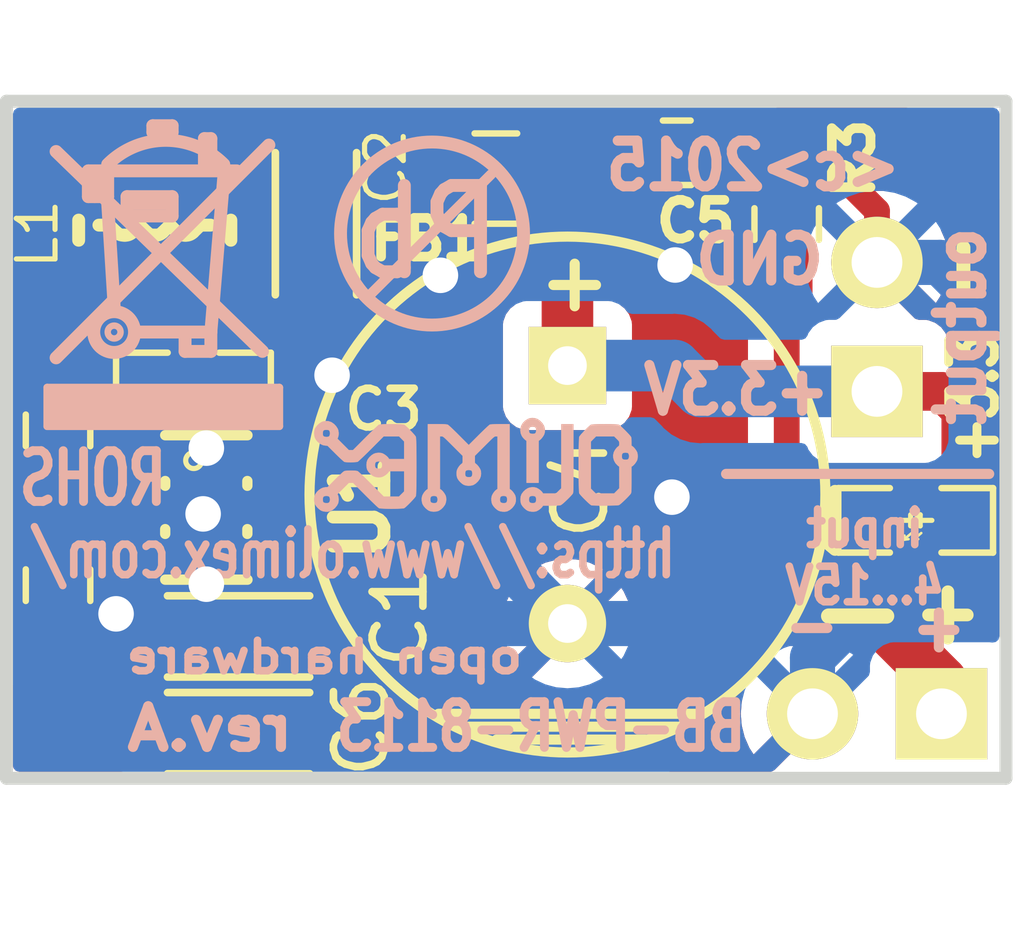
<source format=kicad_pcb>
(kicad_pcb (version 20221018) (generator pcbnew)
  (layers (0 "F.Cu" signal) (31 "B.Cu" signal) (34 "B.Paste" user) (35 "F.Paste" user) (36 "B.SilkS" user "B.Silkscreen") (37 "F.SilkS" user "F.Silkscreen") (38 "B.Mask" user) (39 "F.Mask" user) (44 "Edge.Cuts" user))
  (net 0 "")
  (net 1 "Net-(C1-Pad1)")
  (net 2 "GND")
  (net 3 "Net-(C2-Pad1)")
  (net 4 "Net-(D1-Pad1)")
  (net 5 "Net-(C3-Pad1)")
  (net 6 "Net-(C3-Pad2)")
  (net 7 "Net-(R1-Pad2)")
  (net 8 "Net-(C4-Pad1)")
  (footprint "OLIMEX_RLC-FP:R_0805" (layer "F.Cu") (at 22.987 26.416 -90)
    (fp_text reference "C1" (at -0.381 -3.175 270) (layer "F.SilkS"))
    (fp_text value "2.2uF/50V")
    (pad "1" smd rect (at 0 -1.1525 270) (size 1.3 1.05) (layers "F.Cu" "F.Paste" "F.Mask") (net 1 "Net-(C1-Pad1)"))
    (pad "2" smd rect (at 0 1.1525 270) (size 1.3 1.05) (layers "F.Cu" "F.Paste" "F.Mask") (net 2 "GND"))
  )
  (footprint "OLIMEX_RLC-FP:R_0805" (layer "F.Cu") (at 24.511 18.288)
    (fp_text reference "C2" (at 1.3716 -1.1176 90) (layer "F.SilkS") (effects (font (size 0.762 0.762) (thickness 0.1016))))
    (fp_text value "22uF/6.3V")
    (pad "1" smd rect (at 0 -1.1525) (size 1.3 1.05) (layers "F.Cu" "F.Paste" "F.Mask") (net 3 "Net-(C2-Pad1)"))
    (pad "2" smd rect (at 0 1.1525) (size 1.3 1.05) (layers "F.Cu" "F.Paste" "F.Mask") (net 2 "GND"))
  )
  (footprint "kicad_wrk:C_0603" (layer "F.Cu") (at 22.098 21.463 180)
    (fp_text reference "C3" (at -3.7465 -0.4826 180) (layer "F.SilkS") (effects (font (size 0.762 0.762))))
    (fp_text value "100nF" hide)
    (pad "1" smd rect (at -0.889 0 180) (size 1.016 1.016) (layers "F.Cu" "F.Paste" "F.Mask") (net 5 "Net-(C3-Pad1)"))
    (pad "2" smd rect (at 0.889 0 180) (size 1.016 1.016) (layers "F.Cu" "F.Paste" "F.Mask") (net 6 "Net-(C3-Pad2)"))
  )
  (footprint "CPOL_200mils_R10mm" (layer "F.Cu") (at 29.464 23.622 -90)
    (fp_text reference "C4" (at -0.127 -0.254 270) (layer "F.SilkS"))
    (fp_text value "1000uF 6.3V Low ESR")
    (fp_text user "+" (at -4.1275 -0.0635 270) (layer "F.SilkS") (effects (font (size 1.1 1.1) (thickness 0.2))))
    (pad "1" thru_hole rect (at -2.54 0 270) (size 1.524 1.524) (drill 0.762) (layers "*.Cu" "*.Mask" "F.SilkS") (net 8 "Net-(C4-Pad1)"))
    (pad "2" thru_hole circle (at 2.54 0 270) (size 1.524 1.524) (drill 0.762) (layers "*.Cu" "*.Mask" "F.SilkS") (net 2 "GND"))
  )
  (footprint "OLIMEX_RLC-FP:CD32" (layer "F.Cu") (at 21.336 18.415 90)
    (fp_text reference "L1" (at -0.0762 -2.3114 270) (layer "F.SilkS") (effects (font (size 0.762 0.762) (thickness 0.1016))))
    (fp_text value "4.7uH/1.5A/JCR<0.1R/CD32" hide)
    (pad "1" smd rect (at -1.2 0 180) (size 3.5 1.6) (layers "F.Cu" "F.Paste" "F.Mask") (net 5 "Net-(C3-Pad1)") (clearance 0.0508))
    (pad "2" smd rect (at 1.2 0 180) (size 3.5 1.6) (layers "F.Cu" "F.Paste" "F.Mask") (net 3 "Net-(C2-Pad1)") (clearance 0.0508))
  )
  (footprint "OLIMEX_Jumpers-FP:HN1x2_Jumper" (layer "F.Cu") (at 35.56 27.94 180)
    (fp_text reference "P1" hide)
    (fp_text value "HN1x2" hide)
    (pad "1" thru_hole rect locked (at -1.27 0 270) (size 1.8 1.8) (drill 1) (layers "*.Cu" "*.Mask" "F.SilkS") (net 1 "Net-(C1-Pad1)"))
    (pad "2" thru_hole circle locked (at 1.27 0 270) (size 1.8 1.8) (drill 1) (layers "*.Cu" "*.Mask" "F.SilkS") (net 2 "GND"))
  )
  (footprint "OLIMEX_Jumpers-FP:HN1x2_Jumper" (layer "F.Cu") (at 35.56 20.32 90)
    (fp_text reference "P2" hide)
    (fp_text value "HN1x2" hide)
    (pad "1" thru_hole rect (at -1.27 0 180) (size 1.8 1.8) (drill 1) (layers "*.Cu" "*.Mask" "F.SilkS") (net 8 "Net-(C4-Pad1)"))
    (pad "2" thru_hole circle (at 1.27 0 180) (size 1.8 1.8) (drill 1) (layers "*.Cu" "*.Mask" "F.SilkS") (net 2 "GND"))
  )
  (footprint "OLIMEX_RLC-FP:R_0603_DWS" (layer "F.Cu") (at 19.431 22.352 -90)
    (fp_text reference "R1" hide)
    (fp_text value "100K 1%" hide)
    (pad "1" smd rect (at -0.889 0 270) (size 1.016 1.016) (layers "F.Cu" "F.Paste" "F.Mask") (net 3 "Net-(C2-Pad1)") (clearance 0.0508))
    (pad "2" smd rect (at 0.889 0 270) (size 1.016 1.016) (layers "F.Cu" "F.Paste" "F.Mask") (net 7 "Net-(R1-Pad2)") (clearance 0.0508))
  )
  (footprint "OLIMEX_RLC-FP:R_0603_DWS" (layer "F.Cu") (at 19.431 25.4 -90)
    (fp_text reference "R2" hide)
    (fp_text value "22.1K 1%" hide)
    (pad "1" smd rect (at -0.889 0 270) (size 1.016 1.016) (layers "F.Cu" "F.Paste" "F.Mask") (net 7 "Net-(R1-Pad2)") (clearance 0.0508))
    (pad "2" smd rect (at 0.889 0 270) (size 1.016 1.016) (layers "F.Cu" "F.Paste" "F.Mask") (net 2 "GND") (clearance 0.0508))
  )
  (footprint "OLIMEX_LEDs-FP:LED_0603_KA" (layer "F.Cu") (at 36.322 24.13 180)
    (fp_text reference "D1" hide)
    (fp_text value "LED_RED_0603" hide)
    (pad "1" smd rect (at 0.889 0 180) (size 1.03 1.06) (layers "F.Cu" "F.Paste" "F.Mask") (net 4 "Net-(D1-Pad1)"))
    (pad "2" smd rect (at -0.889 0 180) (size 1.03 1.06) (layers "F.Cu" "F.Paste" "F.Mask") (net 8 "Net-(C4-Pad1)"))
  )
  (footprint "OLIMEX_RLC-FP:R_0603_DWS" (layer "F.Cu") (at 33.782 18.288 -90)
    (fp_text reference "R3" (at -1.2827 -1.3081 270) (layer "F.SilkS") (effects (font (size 0.762 0.762) (thickness 0.1905))))
    (fp_text value "2.2K" hide)
    (pad "1" smd rect (at -0.889 0 270) (size 1.016 1.016) (layers "F.Cu" "F.Paste" "F.Mask") (net 2 "GND") (clearance 0.0508))
    (pad "2" smd rect (at 0.889 0 270) (size 1.016 1.016) (layers "F.Cu" "F.Paste" "F.Mask") (net 4 "Net-(D1-Pad1)") (clearance 0.0508))
  )
  (footprint "OLIMEX_Other-FP:via_09_07" (layer "F.Cu") (at 22.2885 24.003)
    (fp_text reference "Ref**" hide)
    (fp_text value "Val**" hide)
    (pad "0" thru_hole circle (at 0 0) (size 0.8382 0.8382) (drill 0.7) (layers "*.Cu") (net 2 "GND"))
  )
  (footprint "OLIMEX_Other-FP:via_09_07" (layer "F.Cu") (at 24.8285 21.336)
    (fp_text reference "Ref**" hide)
    (fp_text value "Val**" hide)
    (pad "0" thru_hole circle (at 0 -0.0635) (size 0.9 0.9) (drill 0.7) (layers "*.Cu") (net 2 "GND"))
  )
  (footprint "OLIMEX_IC-FP:SOT23-6" (layer "F.Cu") (at 22.352 23.876 180)
    (fp_text reference "U1" (at -3.048 0 270) (layer "F.SilkS") (effects (font (thickness 0.25))))
    (fp_text value "SY8120B1" hide)
    (pad "1" smd rect (at 1.3 0.95 270) (size 0.55 1.2) (layers "F.Cu" "F.Paste" "F.Mask") (net 6 "Net-(C3-Pad2)") (clearance 0.0508))
    (pad "2" smd rect (at 1.3 0 270) (size 0.55 1.2) (layers "F.Cu" "F.Paste" "F.Mask") (net 2 "GND") (clearance 0.0508))
    (pad "3" smd rect (at 1.3 -0.95 270) (size 0.55 1.2) (layers "F.Cu" "F.Paste" "F.Mask") (net 7 "Net-(R1-Pad2)") (clearance 0.0508))
    (pad "4" smd rect (at -1.3 -0.95 270) (size 0.55 1.2) (layers "F.Cu" "F.Paste" "F.Mask") (net 1 "Net-(C1-Pad1)") (clearance 0.0508))
    (pad "5" smd rect (at -1.3 0 270) (size 0.55 1.2) (layers "F.Cu" "F.Paste" "F.Mask") (net 1 "Net-(C1-Pad1)") (clearance 0.0508))
    (pad "6" smd rect (at -1.3 0.95 270) (size 0.55 1.2) (layers "F.Cu" "F.Paste" "F.Mask") (net 5 "Net-(C3-Pad1)") (clearance 0.0508))
  )
  (footprint "OLIMEX_RLC-FP:L0805_5MIL_DWS" (layer "F.Cu") (at 28.067 17.399)
    (fp_text reference "FB1" (at -1.3843 1.1938) (layer "F.SilkS") (effects (font (size 0.762 0.762) (thickness 0.1905))))
    (fp_text value "FB0805-2A")
    (pad "1" smd rect (at -1.016 0) (size 1.524 1.27) (layers "F.Cu" "F.Paste" "F.Mask") (net 3 "Net-(C2-Pad1)") (clearance 0.0508))
    (pad "2" smd rect (at 1.016 0) (size 1.524 1.27) (layers "F.Cu" "F.Paste" "F.Mask") (net 8 "Net-(C4-Pad1)") (clearance 0.0508))
  )
  (footprint "OLIMEX_RLC-FP:C_0603_DWS" (layer "F.Cu") (at 31.623 16.891)
    (fp_text reference "C5" (at 0.3683 1.3462) (layer "F.SilkS") (effects (font (size 0.762 0.762) (thickness 0.1905))))
    (fp_text value "100nF")
    (pad "1" smd rect (at -0.889 0) (size 1.016 1.016) (layers "F.Cu" "F.Paste" "F.Mask") (net 8 "Net-(C4-Pad1)") (clearance 0.0508))
    (pad "2" smd rect (at 0.889 0) (size 1.016 1.016) (layers "F.Cu" "F.Paste" "F.Mask") (net 2 "GND") (clearance 0.0508))
  )
  (footprint "OLIMEX_RLC-FP:R_0805" (layer "F.Cu") (at 22.987 28.321 -90)
    (fp_text reference "C6" (at -0.127 -2.413 270) (layer "F.SilkS"))
    (fp_text value "2.2uF/50V")
    (pad "1" smd rect (at 0 -1.1525 270) (size 1.3 1.05) (layers "F.Cu" "F.Paste" "F.Mask") (net 1 "Net-(C1-Pad1)"))
    (pad "2" smd rect (at 0 1.1525 270) (size 1.3 1.05) (layers "F.Cu" "F.Paste" "F.Mask") (net 2 "GND"))
  )
  (footprint "OLIMEX_Other-FP:via_09_07" (layer "F.Cu") (at 20.574 26.035)
    (fp_text reference "Ref**" hide)
    (fp_text value "Val**" hide)
    (pad "0" thru_hole circle (at 0 -0.0635) (size 0.9 0.9) (drill 0.7) (layers "*.Cu") (net 2 "GND"))
  )
  (footprint "OLIMEX_Other-FP:Fiducial1x3_transp" (layer "F.Cu") (at 19.812 27.813)
    (fp_text reference "" (at 0 3) (layer "F.SilkS"))
    (fp_text value "")
    (pad "Fid1" connect circle (at 0 0) (size 1 1) (layers "F.Cu" "F.Mask") (clearance 0.4))
  )
  (footprint "OLIMEX_Other-FP:Fiducial1x3_transp" (layer "F.Cu") (at 36.83 17.145)
    (fp_text reference "" (at 0 3) (layer "F.SilkS"))
    (fp_text value "")
    (pad "Fid1" connect circle (at 0 0) (size 1 1) (layers "F.Cu" "F.Mask") (clearance 0.6))
  )
  (footprint "OLIMEX_Other-FP:via_09_07" (layer "F.Cu") (at 31.5849 19.1643)
    (fp_text reference "Ref**" hide)
    (fp_text value "Val**" hide)
    (pad "0" thru_hole circle (at 0 -0.0635) (size 0.9 0.9) (drill 0.7) (layers "*.Cu") (net 2 "GND"))
  )
  (footprint "OLIMEX_Other-FP:via_09_07" (layer "F.Cu") (at 26.9621 19.3675)
    (fp_text reference "Ref**" hide)
    (fp_text value "Val**" hide)
    (pad "0" thru_hole circle (at 0 -0.0635) (size 0.9 0.9) (drill 0.7) (layers "*.Cu") (net 2 "GND"))
  )
  (footprint "OLIMEX_Other-FP:via_09_07" (layer "F.Cu") (at 31.5214 23.7363)
    (fp_text reference "Ref**" hide)
    (fp_text value "Val**" hide)
    (pad "0" thru_hole circle (at 0 -0.0635) (size 0.9 0.9) (drill 0.7) (layers "*.Cu") (net 2 "GND"))
  )
  (footprint "OLIMEX_Other-FP:via_09_07" (layer "F.Cu") (at 22.352 22.7076)
    (fp_text reference "Ref**" hide)
    (fp_text value "Val**" hide)
    (pad "0" thru_hole circle (at 0 0) (size 0.8382 0.8382) (drill 0.7) (layers "*.Cu") (net 2 "GND"))
  )
  (footprint "OLIMEX_Other-FP:via_09_07" (layer "F.Cu") (at 22.352 25.3873)
    (fp_text reference "Ref**" hide)
    (fp_text value "Val**" hide)
    (pad "0" thru_hole circle (at 0 0) (size 0.8382 0.8382) (drill 0.7) (layers "*.Cu") (net 2 "GND"))
  )
  (footprint "OLIMEX_LOGOs-FP:LOGO_OLIMEX_80" (layer "B.Cu") (at 27.6606 23.0378 180)
    (fp_text reference "" hide)
    (fp_text value "" hide)
  )
  (footprint "OLIMEX_LOGOs-FP:LOGO_PBFREE" (layer "B.Cu") (at 26.5938 18.796 180)
    (fp_text reference "" (at -0.2794 3.52552 180) (layer "B.SilkS") (effects (justify mirror)))
    (fp_text value "")
    (fp_text user "Pb" (at -0.08636 0.33528 180) (layer "B.SilkS") (effects (font (size 1.7 1.5) (thickness 0.254)) (justify mirror)))
  )
  (footprint "OLIMEX_LOGOs-FP:LOGO_RECYCLEBIN_1" (layer "B.Cu") (at 23.8379 22.3266 180)
    (fp_text reference "" hide)
    (fp_text value "" hide)
  )
  (gr_line (start 32.5882 23.2156) (end 37.7698 23.2156) (stroke (width 0.2)) (layer "B.SilkS"))
  (gr_line (start 38.1 15.875) (end 18.415 15.875) (stroke (width 0.254)) (layer "Edge.Cuts"))
  (gr_line (start 38.1 29.21) (end 18.415 29.21) (stroke (width 0.254)) (layer "Edge.Cuts"))
  (gr_line (start 18.415 29.21) (end 18.415 15.875) (stroke (width 0.254)) (layer "Edge.Cuts"))
  (gr_line (start 38.1 15.875) (end 38.1 29.21) (stroke (width 0.254)) (layer "Edge.Cuts"))
  (gr_text "<c>2015" (at 33.1216 17.145) (layer "B.SilkS") (effects (font (size 0.9 0.8) (thickness 0.2)) (justify mirror)))
  (gr_text "+3.3V" (at 32.7914 21.5646) (layer "B.SilkS") (effects (font (size 0.9 0.8) (thickness 0.2)) (justify mirror)))
  (gr_text "output" (at 37.211 20.3073 90) (layer "B.SilkS") (effects (font (size 0.9 0.8) (thickness 0.2)) (justify mirror)))
  (gr_text "https://www.olimex.com/" (at 25.2349 24.7904) (layer "B.SilkS") (effects (font (size 0.9 0.65)) (justify mirror)))
  (gr_text "+" (at 36.7792 26.2255) (layer "B.SilkS") (effects (font (size 0.9 0.8) (thickness 0.2)) (justify mirror)))
  (gr_text "rev.A" (at 22.4282 28.2321) (layer "B.SilkS") (effects (font (size 0.8 0.9) (thickness 0.2)) (justify mirror)))
  (gr_text "-" (at 34.2773 26.1874) (layer "B.SilkS") (effects (font (size 0.9 0.8) (thickness 0.2)) (justify mirror)))
  (gr_text "ROHS" (at 20.1168 23.3045) (layer "B.SilkS") (effects (font (size 1 0.7) (thickness 0.175)) (justify mirror)))
  (gr_text "BB-PWR-8113" (at 28.9433 28.194) (layer "B.SilkS") (effects (font (size 0.9 0.7) (thickness 0.175)) (justify mirror)))
  (gr_text "open hardware" (at 24.6761 26.8224) (layer "B.SilkS") (effects (font (size 0.6 0.7)) (justify mirror)))
  (gr_text "GND" (at 33.2486 18.9992) (layer "B.SilkS") (effects (font (size 0.9 0.8) (thickness 0.2)) (justify mirror)))
  (gr_text "input\n4...15V" (at 35.3187 24.8539) (layer "B.SilkS") (effects (font (size 0.7 0.6)) (justify mirror)))
  (gr_text "+" (at 36.957 25.908) (layer "F.SilkS") (effects (font (size 1.2 1) (thickness 0.25))))
  (gr_text "-" (at 35.179 25.908) (layer "F.SilkS") (effects (font (size 1.5 1.5) (thickness 0.3))))
  (gr_text "-" (at 37.338 19.177 270) (layer "F.SilkS") (effects (font (size 1.1 1.1) (thickness 0.275))))
  (gr_text "+3.3" (at 37.465 21.717 90) (layer "F.SilkS") (effects (font (size 0.9 0.7) (thickness 0.175))))
  (segment (start 25.4254 25.6032) (end 24.6126 26.416) (width 1.016) (layer "F.Cu") (net 1))
  (segment (start 25.4254 25.6032) (end 25.4254 24.4348) (width 1.016) (layer "F.Cu") (net 1))
  (segment (start 36.83 27.305) (end 35.3822 25.8572) (width 1.016) (layer "F.Cu") (net 1))
  (segment (start 35.3822 25.8572) (end 32.9692 25.8572) (width 1.016) (layer "F.Cu") (net 1))
  (segment (start 32.9692 25.8572) (end 30.5054 28.321) (width 1.016) (layer "F.Cu") (net 1))
  (segment (start 30.5054 28.321) (end 24.1395 28.321) (width 1.016) (layer "F.Cu") (net 1))
  (segment (start 24.831 24.826) (end 24.8412 24.8158) (width 0.508) (layer "F.Cu") (net 1))
  (segment (start 25.0342 24.826) (end 25.4254 24.4348) (width 0.508) (layer "F.Cu") (net 1))
  (segment (start 24.8666 23.876) (end 25.4254 24.4348) (width 0.6096) (layer "F.Cu") (net 1))
  (segment (start 24.831 24.826) (end 25.0342 24.826) (width 0.508) (layer "F.Cu") (net 1))
  (segment (start 24.1395 28.321) (end 24.1395 26.416) (width 1.016) (layer "F.Cu") (net 1))
  (segment (start 36.83 27.94) (end 36.83 27.305) (width 1.016) (layer "F.Cu") (net 1))
  (segment (start 24.1395 26.416) (end 24.6126 26.416) (width 1.016) (layer "F.Cu") (net 1))
  (segment (start 23.652 23.876) (end 24.8666 23.876) (width 0.6096) (layer "F.Cu") (net 1))
  (segment (start 23.652 24.826) (end 24.831 24.826) (width 0.508) (layer "F.Cu") (net 1))
  (segment (start 33.274 16.891) (end 33.782 17.399) (width 0.508) (layer "F.Cu") (net 2))
  (segment (start 34.925 17.399) (end 35.56 18.034) (width 0.508) (layer "F.Cu") (net 2))
  (segment (start 35.56 18.034) (end 35.56 19.05) (width 0.508) (layer "F.Cu") (net 2))
  (segment (start 20.2565 26.289) (end 20.574 25.9715) (width 1.016) (layer "F.Cu") (net 2))
  (segment (start 21.0185 26.416) (end 20.574 25.9715) (width 1.016) (layer "F.Cu") (net 2))
  (segment (start 22.1615 23.876) (end 22.2885 24.003) (width 0.6096) (layer "F.Cu") (net 2))
  (segment (start 22.2885 25.962) (end 21.8345 26.416) (width 0.762) (layer "F.Cu") (net 2))
  (segment (start 24.511 20.955) (end 24.8285 21.2725) (width 0.7366) (layer "F.Cu") (net 2))
  (segment (start 22.2885 22.7203) (end 22.3012 22.7076) (width 0.762) (layer "F.Cu") (net 2))
  (segment (start 22.2885 24.003) (end 22.2885 22.7203) (width 0.762) (layer "F.Cu") (net 2))
  (segment (start 21.8345 26.416) (end 21.0185 26.416) (width 1.016) (layer "F.Cu") (net 2))
  (segment (start 32.512 16.891) (end 33.274 16.891) (width 0.508) (layer "F.Cu") (net 2))
  (segment (start 22.2885 24.003) (end 22.2885 25.962) (width 0.762) (layer "F.Cu") (net 2))
  (segment (start 33.782 17.399) (end 34.925 17.399) (width 0.508) (layer "F.Cu") (net 2))
  (segment (start 19.431 26.289) (end 20.2565 26.289) (width 1.016) (layer "F.Cu") (net 2))
  (segment (start 21.052 23.876) (end 22.1615 23.876) (width 0.6096) (layer "F.Cu") (net 2))
  (segment (start 21.8345 26.416) (end 21.8345 28.321) (width 1.016) (layer "F.Cu") (net 2))
  (segment (start 24.511 19.4405) (end 24.511 20.955) (width 0.7366) (layer "F.Cu") (net 2))
  (segment (start 36.8046 19.05) (end 37.4269 19.6723) (width 0.889) (layer "B.Cu") (net 2))
  (segment (start 37.4269 19.6723) (end 37.4269 23.6982) (width 0.889) (layer "B.Cu") (net 2))
  (segment (start 37.4269 23.6982) (end 34.9631 26.162) (width 0.889) (layer "B.Cu") (net 2))
  (segment (start 34.9631 26.162) (end 29.464 26.162) (width 0.889) (layer "B.Cu") (net 2))
  (segment (start 34.29 26.8351) (end 34.9631 26.162) (width 0.889) (layer "B.Cu") (net 2))
  (segment (start 20.7645 26.162) (end 20.574 25.9715) (width 0.889) (layer "B.Cu") (net 2))
  (segment (start 27.305 24.003) (end 29.464 26.162) (width 0.889) (layer "B.Cu") (net 2))
  (segment (start 24.8285 21.5265) (end 27.305 24.003) (width 0.889) (layer "B.Cu") (net 2))
  (segment (start 22.2885 24.003) (end 27.305 24.003) (width 0.889) (layer "B.Cu") (net 2))
  (segment (start 35.56 19.05) (end 36.8046 19.05) (width 0.889) (layer "B.Cu") (net 2))
  (segment (start 34.29 27.94) (end 34.29 26.8351) (width 0.889) (layer "B.Cu") (net 2))
  (segment (start 24.8285 21.2725) (end 24.8285 21.5265) (width 0.889) (layer "B.Cu") (net 2))
  (segment (start 29.464 26.162) (end 20.7645 26.162) (width 0.889) (layer "B.Cu") (net 2))
  (segment (start 26.7875 17.1355) (end 27.051 17.399) (width 1.016) (layer "F.Cu") (net 3))
  (segment (start 21.4155 17.1355) (end 21.336 17.215) (width 1.016) (layer "F.Cu") (net 3))
  (segment (start 19.431 21.2725) (end 18.923 20.7645) (width 0.508) (layer "F.Cu") (net 3))
  (segment (start 18.923 20.7645) (end 18.923 17.6022) (width 0.508) (layer "F.Cu") (net 3))
  (segment (start 18.923 17.6022) (end 19.2659 17.2593) (width 0.508) (layer "F.Cu") (net 3))
  (segment (start 19.2659 17.2593) (end 21.2917 17.2593) (width 0.508) (layer "F.Cu") (net 3))
  (segment (start 21.2917 17.2593) (end 21.336 17.215) (width 0.508) (layer "F.Cu") (net 3))
  (segment (start 24.511 17.1355) (end 26.7875 17.1355) (width 1.016) (layer "F.Cu") (net 3))
  (segment (start 19.431 21.463) (end 19.431 21.2725) (width 0.508) (layer "F.Cu") (net 3))
  (segment (start 24.511 17.1355) (end 21.4155 17.1355) (width 1.016) (layer "F.Cu") (net 3))
  (segment (start 33.782 23.622) (end 34.29 24.13) (width 0.508) (layer "F.Cu") (net 4))
  (segment (start 34.29 24.13) (end 35.433 24.13) (width 0.508) (layer "F.Cu") (net 4))
  (segment (start 33.782 19.177) (end 33.782 23.622) (width 0.508) (layer "F.Cu") (net 4))
  (segment (start 22.4344 19.615) (end 22.987 20.1676) (width 1.016) (layer "F.Cu") (net 5))
  (segment (start 22.987 20.1676) (end 22.987 21.463) (width 1.016) (layer "F.Cu") (net 5))
  (segment (start 23.1394 21.463) (end 23.652 21.9756) (width 0.508) (layer "F.Cu") (net 5))
  (segment (start 23.652 21.9756) (end 23.652 22.926) (width 0.508) (layer "F.Cu") (net 5))
  (segment (start 22.987 21.463) (end 23.1394 21.463) (width 0.508) (layer "F.Cu") (net 5))
  (segment (start 21.336 19.615) (end 22.4344 19.615) (width 1.016) (layer "F.Cu") (net 5))
  (segment (start 21.052 21.62) (end 21.209 21.463) (width 0.508) (layer "F.Cu") (net 6))
  (segment (start 21.052 22.926) (end 21.052 21.62) (width 0.508) (layer "F.Cu") (net 6))
  (segment (start 19.746 24.826) (end 19.431 24.511) (width 0.3048) (layer "F.Cu") (net 7))
  (segment (start 21.052 24.826) (end 19.746 24.826) (width 0.3048) (layer "F.Cu") (net 7))
  (segment (start 19.431 24.511) (end 19.431 23.241) (width 0.762) (layer "F.Cu") (net 7))
  (segment (start 37.211 21.971) (end 36.83 21.59) (width 0.762) (layer "F.Cu") (net 8))
  (segment (start 36.83 21.59) (end 35.56 21.59) (width 0.762) (layer "F.Cu") (net 8))
  (segment (start 30.226 17.399) (end 30.734 16.891) (width 0.508) (layer "F.Cu") (net 8))
  (segment (start 29.083 18.6436) (end 29.464 19.0246) (width 1.016) (layer "F.Cu") (net 8))
  (segment (start 29.464 19.0246) (end 29.464 21.082) (width 1.016) (layer "F.Cu") (net 8))
  (segment (start 29.083 17.399) (end 30.226 17.399) (width 0.508) (layer "F.Cu") (net 8))
  (segment (start 37.211 24.13) (end 37.211 21.971) (width 0.762) (layer "F.Cu") (net 8))
  (segment (start 29.083 17.399) (end 29.083 18.6436) (width 1.016) (layer "F.Cu") (net 8))
  (segment (start 31.5722 21.082) (end 32.0802 21.59) (width 1.016) (layer "B.Cu") (net 8))
  (segment (start 32.0802 21.59) (end 35.56 21.59) (width 1.016) (layer "B.Cu") (net 8))
  (segment (start 29.464 21.082) (end 31.5722 21.082) (width 1.016) (layer "B.Cu") (net 8))
  (zone (net 2) (net_name "GND") (layer "F.Cu") (connect_pads (clearance 0.508)) (min_thickness 0.254) (fill yes (thermal_gap 0.508) (thermal_bridge_width 0.508))
    (polygon (pts (xy 18.4277 15.8877) (xy 38.0746 15.8877) (xy 38.1 29.2354) (xy 18.4912 29.2608) (xy 18.415 15.9766)))
  )
  (zone (net 2) (net_name "GND") (layer "B.Cu") (connect_pads (clearance 0.508)) (min_thickness 0.254) (fill yes (thermal_gap 0.508) (thermal_bridge_width 0.508))
    (polygon (pts (xy 18.4277 15.8496) (xy 38.0619 15.9131) (xy 38.0619 29.1973) (xy 18.4531 29.2227)))
  )
)
</source>
